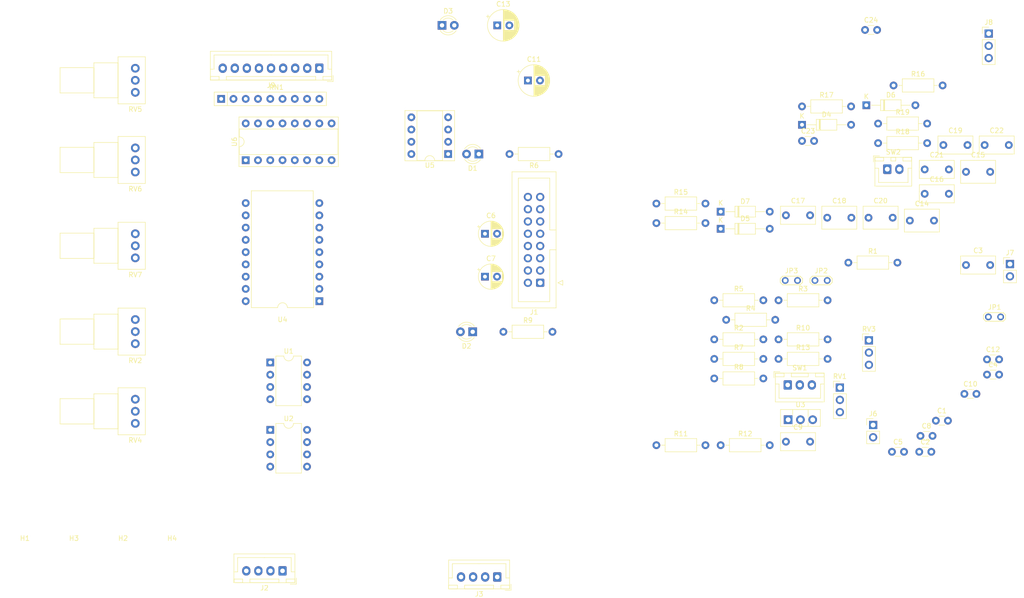
<source format=kicad_pcb>
(kicad_pcb (version 20171130) (host pcbnew "(5.1.10)-1")
  (layers (0 F.Cu signal) (31 B.Cu signal) (34 B.Paste user) (35 F.Paste user) (36 B.SilkS user) (37 F.SilkS user) (38 B.Mask user) (39 F.Mask user) (44 Edge.Cuts user))
  (net 0 "")
  (net 1 "Net-(C1-Pad2)")
  (net 2 "Net-(C1-Pad1)")
  (net 3 +12V)
  (net 4 GND)
  (net 5 "Net-(C3-Pad2)")
  (net 6 "Net-(C3-Pad1)")
  (net 7 -12V)
  (net 8 "Net-(C5-Pad2)")
  (net 9 "Net-(C5-Pad1)")
  (net 10 "Net-(C9-Pad2)")
  (net 11 "Net-(C9-Pad1)")
  (net 12 +5V)
  (net 13 +3V3)
  (net 14 /FV-1/LFXIN)
  (net 15 "Net-(C14-Pad1)")
  (net 16 "Net-(C15-Pad2)")
  (net 17 "Net-(C15-Pad1)")
  (net 18 "Net-(C16-Pad1)")
  (net 19 /FV-1/LFXOUT)
  (net 20 "Net-(C18-Pad2)")
  (net 21 "Net-(C18-Pad1)")
  (net 22 /FV-1/RFXOUT)
  (net 23 /FV-1/RFXIN)
  (net 24 "Net-(C20-Pad1)")
  (net 25 "Net-(C21-Pad1)")
  (net 26 "Net-(C22-Pad1)")
  (net 27 "Net-(D1-Pad2)")
  (net 28 "Net-(D2-Pad1)")
  (net 29 "Net-(D3-Pad2)")
  (net 30 "Net-(J1-Pad16)")
  (net 31 "Net-(J1-Pad14)")
  (net 32 "Net-(J1-Pad15)")
  (net 33 "Net-(J1-Pad13)")
  (net 34 /RIN)
  (net 35 /LIN)
  (net 36 /ROUT)
  (net 37 /LOUT)
  (net 38 /FV-1/SDA)
  (net 39 /FV-1/SCL)
  (net 40 "Net-(J9-Pad8)")
  (net 41 "Net-(J9-Pad7)")
  (net 42 "Net-(J9-Pad6)")
  (net 43 "Net-(J9-Pad5)")
  (net 44 "Net-(J9-Pad4)")
  (net 45 "Net-(J9-Pad3)")
  (net 46 "Net-(J9-Pad2)")
  (net 47 "Net-(J9-Pad1)")
  (net 48 "Net-(JP2-Pad2)")
  (net 49 "Net-(JP3-Pad2)")
  (net 50 "Net-(R2-Pad2)")
  (net 51 "Net-(R2-Pad1)")
  (net 52 "Net-(R5-Pad2)")
  (net 53 "Net-(R12-Pad1)")
  (net 54 "Net-(R11-Pad2)")
  (net 55 "Net-(R12-Pad2)")
  (net 56 "Net-(RV5-Pad2)")
  (net 57 "Net-(RV6-Pad2)")
  (net 58 "Net-(RV7-Pad2)")
  (net 59 "Net-(SW2-Pad2)")
  (net 60 "Net-(U4-Pad12)")
  (net 61 "Net-(U4-Pad11)")
  (net 62 "Net-(U4-Pad10)")
  (net 63 "Net-(U6-Pad15)")
  (net 64 "Net-(U6-Pad14)")
  (module Potentiometer_THT:Potentiometer_Alps_RK09Y11_Single_Horizontal (layer F.Cu) (at 87.63 127 180)
    (fp_text reference RV4 (at 0 -8.5) (layer F.SilkS))
    (fp_text value 50k/B)
    (pad 1 thru_hole circle (at 0 0 180) (size 1.8 1.8) (drill 1) (layers *.Cu *.Mask) (net 9 "Net-(C5-Pad1)"))
    (pad 2 thru_hole circle (at 0 -2.5 180) (size 1.8 1.8) (drill 1) (layers *.Cu *.Mask) (net 55 "Net-(R12-Pad2)"))
    (pad 3 thru_hole circle (at 0 -5 180) (size 1.8 1.8) (drill 1) (layers *.Cu *.Mask) (net 49 "Net-(JP3-Pad2)"))
  )
  (module Potentiometer_THT:Potentiometer_Alps_RK09Y11_Single_Horizontal (layer F.Cu) (at 87.63 110.49 180)
    (fp_text reference RV2 (at 0 -8.5) (layer F.SilkS))
    (fp_text value 50k/B)
    (pad 1 thru_hole circle (at 0 0 180) (size 1.8 1.8) (drill 1) (layers *.Cu *.Mask) (net 2 "Net-(C1-Pad1)"))
    (pad 2 thru_hole circle (at 0 -2.5 180) (size 1.8 1.8) (drill 1) (layers *.Cu *.Mask) (net 52 "Net-(R5-Pad2)"))
    (pad 3 thru_hole circle (at 0 -5 180) (size 1.8 1.8) (drill 1) (layers *.Cu *.Mask) (net 48 "Net-(JP2-Pad2)"))
  )
  (module Package_DIP:DIP-16_W7.62mm_Socket (layer F.Cu) (at 110.49 77.47 90)
    (fp_text reference U6 (at 3.81 -2.33 90) (layer F.SilkS))
    (fp_text value 74HC148)
    (pad 16 thru_hole oval (at 7.62 0 90) (size 1.6 1.6) (drill 0.8) (layers *.Cu *.Mask) (net 13 +3V3))
    (pad 8 thru_hole oval (at 0 17.78 90) (size 1.6 1.6) (drill 0.8) (layers *.Cu *.Mask) (net 4 GND))
    (pad 15 thru_hole oval (at 7.62 2.54 90) (size 1.6 1.6) (drill 0.8) (layers *.Cu *.Mask) (net 63 "Net-(U6-Pad15)"))
    (pad 7 thru_hole oval (at 0 15.24 90) (size 1.6 1.6) (drill 0.8) (layers *.Cu *.Mask) (net 61 "Net-(U4-Pad11)"))
    (pad 14 thru_hole oval (at 7.62 5.08 90) (size 1.6 1.6) (drill 0.8) (layers *.Cu *.Mask) (net 64 "Net-(U6-Pad14)"))
    (pad 6 thru_hole oval (at 0 12.7 90) (size 1.6 1.6) (drill 0.8) (layers *.Cu *.Mask) (net 60 "Net-(U4-Pad12)"))
    (pad 13 thru_hole oval (at 7.62 7.62 90) (size 1.6 1.6) (drill 0.8) (layers *.Cu *.Mask) (net 44 "Net-(J9-Pad4)"))
    (pad 5 thru_hole oval (at 0 10.16 90) (size 1.6 1.6) (drill 0.8) (layers *.Cu *.Mask) (net 4 GND))
    (pad 12 thru_hole oval (at 7.62 10.16 90) (size 1.6 1.6) (drill 0.8) (layers *.Cu *.Mask) (net 45 "Net-(J9-Pad3)"))
    (pad 4 thru_hole oval (at 0 7.62 90) (size 1.6 1.6) (drill 0.8) (layers *.Cu *.Mask) (net 40 "Net-(J9-Pad8)"))
    (pad 11 thru_hole oval (at 7.62 12.7 90) (size 1.6 1.6) (drill 0.8) (layers *.Cu *.Mask) (net 46 "Net-(J9-Pad2)"))
    (pad 3 thru_hole oval (at 0 5.08 90) (size 1.6 1.6) (drill 0.8) (layers *.Cu *.Mask) (net 41 "Net-(J9-Pad7)"))
    (pad 10 thru_hole oval (at 7.62 15.24 90) (size 1.6 1.6) (drill 0.8) (layers *.Cu *.Mask) (net 47 "Net-(J9-Pad1)"))
    (pad 2 thru_hole oval (at 0 2.54 90) (size 1.6 1.6) (drill 0.8) (layers *.Cu *.Mask) (net 42 "Net-(J9-Pad6)"))
    (pad 9 thru_hole oval (at 7.62 17.78 90) (size 1.6 1.6) (drill 0.8) (layers *.Cu *.Mask) (net 62 "Net-(U4-Pad10)"))
    (pad 1 thru_hole rect (at 0 0 90) (size 1.6 1.6) (drill 0.8) (layers *.Cu *.Mask) (net 43 "Net-(J9-Pad5)"))
  )
  (module Package_DIP:DIP-8_W7.62mm_Socket (layer F.Cu) (at 152.4 76.2 180)
    (fp_text reference U5 (at 3.81 -2.33) (layer F.SilkS))
    (fp_text value 24LC32)
    (pad 8 thru_hole oval (at 7.62 0 180) (size 1.6 1.6) (drill 0.8) (layers *.Cu *.Mask) (net 13 +3V3))
    (pad 4 thru_hole oval (at 0 7.62 180) (size 1.6 1.6) (drill 0.8) (layers *.Cu *.Mask) (net 4 GND))
    (pad 7 thru_hole oval (at 7.62 2.54 180) (size 1.6 1.6) (drill 0.8) (layers *.Cu *.Mask) (net 4 GND))
    (pad 3 thru_hole oval (at 0 5.08 180) (size 1.6 1.6) (drill 0.8) (layers *.Cu *.Mask) (net 4 GND))
    (pad 6 thru_hole oval (at 7.62 5.08 180) (size 1.6 1.6) (drill 0.8) (layers *.Cu *.Mask) (net 39 /FV-1/SCL))
    (pad 2 thru_hole oval (at 0 2.54 180) (size 1.6 1.6) (drill 0.8) (layers *.Cu *.Mask) (net 4 GND))
    (pad 5 thru_hole oval (at 7.62 7.62 180) (size 1.6 1.6) (drill 0.8) (layers *.Cu *.Mask) (net 38 /FV-1/SDA))
    (pad 1 thru_hole rect (at 0 0 180) (size 1.6 1.6) (drill 0.8) (layers *.Cu *.Mask) (net 4 GND))
  )
  (module myfootprint:DIP-18_W15.24mm (layer F.Cu) (at 125.73 106.68 180)
    (fp_text reference U4 (at 7.62 -3.81) (layer F.SilkS))
    (fp_text value AE-FV-1-DIP_large)
    (pad 12 thru_hole oval (at 15.24 15.24 180) (size 1.6 1.6) (drill 0.8) (layers *.Cu *.Mask) (net 60 "Net-(U4-Pad12)"))
    (pad 11 thru_hole oval (at 15.24 17.78 180) (size 1.6 1.6) (drill 0.8) (layers *.Cu *.Mask) (net 61 "Net-(U4-Pad11)"))
    (pad 10 thru_hole oval (at 15.24 20.32 180) (size 1.6 1.6) (drill 0.8) (layers *.Cu *.Mask) (net 62 "Net-(U4-Pad10)"))
    (pad 9 thru_hole oval (at 0 20.32 180) (size 1.6 1.6) (drill 0.8) (layers *.Cu *.Mask) (net 38 /FV-1/SDA))
    (pad 8 thru_hole oval (at 0 17.78 180) (size 1.6 1.6) (drill 0.8) (layers *.Cu *.Mask) (net 39 /FV-1/SCL))
    (pad 7 thru_hole oval (at 0 15.24 180) (size 1.6 1.6) (drill 0.8) (layers *.Cu *.Mask) (net 59 "Net-(SW2-Pad2)"))
    (pad 18 thru_hole oval (at 15.24 0 180) (size 1.6 1.6) (drill 0.8) (layers *.Cu *.Mask) (net 16 "Net-(C15-Pad2)"))
    (pad 6 thru_hole oval (at 0 12.7 180) (size 1.6 1.6) (drill 0.8) (layers *.Cu *.Mask) (net 13 +3V3))
    (pad 17 thru_hole oval (at 15.24 2.54 180) (size 1.6 1.6) (drill 0.8) (layers *.Cu *.Mask) (net 20 "Net-(C18-Pad2)"))
    (pad 5 thru_hole oval (at 0 10.16 180) (size 1.6 1.6) (drill 0.8) (layers *.Cu *.Mask) (net 13 +3V3))
    (pad 16 thru_hole oval (at 15.24 5.08 180) (size 1.6 1.6) (drill 0.8) (layers *.Cu *.Mask) (net 58 "Net-(RV7-Pad2)"))
    (pad 4 thru_hole oval (at 0 7.62 180) (size 1.6 1.6) (drill 0.8) (layers *.Cu *.Mask) (net 4 GND))
    (pad 15 thru_hole oval (at 15.24 7.62 180) (size 1.6 1.6) (drill 0.8) (layers *.Cu *.Mask) (net 57 "Net-(RV6-Pad2)"))
    (pad 3 thru_hole oval (at 0 5.08 180) (size 1.6 1.6) (drill 0.8) (layers *.Cu *.Mask) (net 26 "Net-(C22-Pad1)"))
    (pad 14 thru_hole oval (at 15.24 10.16 180) (size 1.6 1.6) (drill 0.8) (layers *.Cu *.Mask) (net 56 "Net-(RV5-Pad2)"))
    (pad 2 thru_hole oval (at 0 2.54 180) (size 1.6 1.6) (drill 0.8) (layers *.Cu *.Mask) (net 25 "Net-(C21-Pad1)"))
    (pad 13 thru_hole oval (at 15.24 12.7 180) (size 1.6 1.6) (drill 0.8) (layers *.Cu *.Mask) (net 13 +3V3))
    (pad 1 thru_hole rect (at 0 0 180) (size 1.6 1.6) (drill 0.8) (layers *.Cu *.Mask) (net 18 "Net-(C16-Pad1)"))
  )
  (module Package_TO_SOT_THT:TO-126-3_Vertical (layer F.Cu) (at 222.785 131.245)
    (fp_text reference U3 (at 2.54 -3.12) (layer F.SilkS))
    (fp_text value TA48M033F)
    (pad 3 thru_hole oval (at 5.08 0) (size 1.8 1.8) (drill 1) (layers *.Cu *.Mask) (net 13 +3V3))
    (pad 2 thru_hole oval (at 2.54 0) (size 1.8 1.8) (drill 1) (layers *.Cu *.Mask) (net 4 GND))
    (pad 1 thru_hole rect (at 0 0) (size 1.8 1.8) (drill 1) (layers *.Cu *.Mask) (net 12 +5V))
  )
  (module Package_DIP:DIP-8_W7.62mm (layer F.Cu) (at 115.57 133.35)
    (fp_text reference U2 (at 3.81 -2.33) (layer F.SilkS))
    (fp_text value TL072)
    (pad 8 thru_hole oval (at 7.62 0) (size 1.6 1.6) (drill 0.8) (layers *.Cu *.Mask) (net 3 +12V))
    (pad 4 thru_hole oval (at 0 7.62) (size 1.6 1.6) (drill 0.8) (layers *.Cu *.Mask) (net 7 -12V))
    (pad 7 thru_hole oval (at 7.62 2.54) (size 1.6 1.6) (drill 0.8) (layers *.Cu *.Mask) (net 54 "Net-(R11-Pad2)"))
    (pad 3 thru_hole oval (at 0 5.08) (size 1.6 1.6) (drill 0.8) (layers *.Cu *.Mask) (net 4 GND))
    (pad 6 thru_hole oval (at 7.62 5.08) (size 1.6 1.6) (drill 0.8) (layers *.Cu *.Mask) (net 53 "Net-(R12-Pad1)"))
    (pad 2 thru_hole oval (at 0 2.54) (size 1.6 1.6) (drill 0.8) (layers *.Cu *.Mask) (net 8 "Net-(C5-Pad2)"))
    (pad 5 thru_hole oval (at 7.62 7.62) (size 1.6 1.6) (drill 0.8) (layers *.Cu *.Mask) (net 4 GND))
    (pad 1 thru_hole rect (at 0 0) (size 1.6 1.6) (drill 0.8) (layers *.Cu *.Mask) (net 9 "Net-(C5-Pad1)"))
  )
  (module Package_DIP:DIP-8_W7.62mm (layer F.Cu) (at 115.57 119.38)
    (fp_text reference U1 (at 3.81 -2.33) (layer F.SilkS))
    (fp_text value TL072)
    (pad 8 thru_hole oval (at 7.62 0) (size 1.6 1.6) (drill 0.8) (layers *.Cu *.Mask) (net 3 +12V))
    (pad 4 thru_hole oval (at 0 7.62) (size 1.6 1.6) (drill 0.8) (layers *.Cu *.Mask) (net 7 -12V))
    (pad 7 thru_hole oval (at 7.62 2.54) (size 1.6 1.6) (drill 0.8) (layers *.Cu *.Mask) (net 51 "Net-(R2-Pad1)"))
    (pad 3 thru_hole oval (at 0 5.08) (size 1.6 1.6) (drill 0.8) (layers *.Cu *.Mask) (net 4 GND))
    (pad 6 thru_hole oval (at 7.62 5.08) (size 1.6 1.6) (drill 0.8) (layers *.Cu *.Mask) (net 50 "Net-(R2-Pad2)"))
    (pad 2 thru_hole oval (at 0 2.54) (size 1.6 1.6) (drill 0.8) (layers *.Cu *.Mask) (net 1 "Net-(C1-Pad2)"))
    (pad 5 thru_hole oval (at 7.62 7.62) (size 1.6 1.6) (drill 0.8) (layers *.Cu *.Mask) (net 4 GND))
    (pad 1 thru_hole rect (at 0 0) (size 1.6 1.6) (drill 0.8) (layers *.Cu *.Mask) (net 2 "Net-(C1-Pad1)"))
  )
  (module Connector_JST:JST_XH_B2B-XH-A_1x02_P2.50mm_Vertical (layer F.Cu) (at 243.305 79.335)
    (fp_text reference SW2 (at 1.25 -3.55) (layer F.SilkS))
    (fp_text value SW_EEPROM)
    (pad 2 thru_hole oval (at 2.5 0) (size 1.7 2) (drill 1) (layers *.Cu *.Mask) (net 59 "Net-(SW2-Pad2)"))
    (pad 1 thru_hole roundrect (at 0 0) (size 1.7 2) (drill 1) (layers *.Cu *.Mask) (roundrect_rratio 0.147059) (net 4 GND))
  )
  (module Connector_JST:JST_XH_B3B-XH-A_1x03_P2.50mm_Vertical (layer F.Cu) (at 222.695 124.045)
    (fp_text reference SW1 (at 2.5 -3.55) (layer F.SilkS))
    (fp_text value SW_MONO)
    (pad 3 thru_hole oval (at 5 0) (size 1.7 1.95) (drill 0.95) (layers *.Cu *.Mask) (net 9 "Net-(C5-Pad1)"))
    (pad 2 thru_hole oval (at 2.5 0) (size 1.7 1.95) (drill 0.95) (layers *.Cu *.Mask) (net 14 /FV-1/LFXIN))
    (pad 1 thru_hole roundrect (at 0 0) (size 1.7 1.95) (drill 0.95) (layers *.Cu *.Mask) (roundrect_rratio 0.147059) (net 2 "Net-(C1-Pad1)"))
  )
  (module Potentiometer_THT:Potentiometer_Alps_RK09Y11_Single_Horizontal (layer F.Cu) (at 87.63 92.71 180)
    (fp_text reference RV7 (at 0 -8.5) (layer F.SilkS))
    (fp_text value 50k/B)
    (pad 1 thru_hole circle (at 0 0 180) (size 1.8 1.8) (drill 1) (layers *.Cu *.Mask) (net 4 GND))
    (pad 2 thru_hole circle (at 0 -2.5 180) (size 1.8 1.8) (drill 1) (layers *.Cu *.Mask) (net 58 "Net-(RV7-Pad2)"))
    (pad 3 thru_hole circle (at 0 -5 180) (size 1.8 1.8) (drill 1) (layers *.Cu *.Mask) (net 13 +3V3))
  )
  (module Potentiometer_THT:Potentiometer_Alps_RK09Y11_Single_Horizontal (layer F.Cu) (at 87.63 74.93 180)
    (fp_text reference RV6 (at 0 -8.5) (layer F.SilkS))
    (fp_text value 50k/B)
    (pad 1 thru_hole circle (at 0 0 180) (size 1.8 1.8) (drill 1) (layers *.Cu *.Mask) (net 4 GND))
    (pad 2 thru_hole circle (at 0 -2.5 180) (size 1.8 1.8) (drill 1) (layers *.Cu *.Mask) (net 57 "Net-(RV6-Pad2)"))
    (pad 3 thru_hole circle (at 0 -5 180) (size 1.8 1.8) (drill 1) (layers *.Cu *.Mask) (net 13 +3V3))
  )
  (module Potentiometer_THT:Potentiometer_Alps_RK09Y11_Single_Horizontal (layer F.Cu) (at 87.63 58.42 180)
    (fp_text reference RV5 (at 0 -8.5) (layer F.SilkS))
    (fp_text value 50k/B)
    (pad 1 thru_hole circle (at 0 0 180) (size 1.8 1.8) (drill 1) (layers *.Cu *.Mask) (net 4 GND))
    (pad 2 thru_hole circle (at 0 -2.5 180) (size 1.8 1.8) (drill 1) (layers *.Cu *.Mask) (net 56 "Net-(RV5-Pad2)"))
    (pad 3 thru_hole circle (at 0 -5 180) (size 1.8 1.8) (drill 1) (layers *.Cu *.Mask) (net 13 +3V3))
  )
  (module Connector_PinHeader_2.54mm:PinHeader_1x03_P2.54mm_Vertical (layer F.Cu) (at 239.505 114.795)
    (fp_text reference RV3 (at 0 -2.33) (layer F.SilkS))
    (fp_text value 50k/A)
    (pad 3 thru_hole oval (at 0 5.08) (size 1.7 1.7) (drill 1) (layers *.Cu *.Mask) (net 34 /RIN))
    (pad 2 thru_hole oval (at 0 2.54) (size 1.7 1.7) (drill 1) (layers *.Cu *.Mask) (net 10 "Net-(C9-Pad2)"))
    (pad 1 thru_hole rect (at 0 0) (size 1.7 1.7) (drill 1) (layers *.Cu *.Mask) (net 4 GND))
  )
  (module Connector_PinHeader_2.54mm:PinHeader_1x03_P2.54mm_Vertical (layer F.Cu) (at 233.495 124.595)
    (fp_text reference RV1 (at 0 -2.33) (layer F.SilkS))
    (fp_text value 50k/A)
    (pad 3 thru_hole oval (at 0 5.08) (size 1.7 1.7) (drill 1) (layers *.Cu *.Mask) (net 35 /LIN))
    (pad 2 thru_hole oval (at 0 2.54) (size 1.7 1.7) (drill 1) (layers *.Cu *.Mask) (net 5 "Net-(C3-Pad2)"))
    (pad 1 thru_hole rect (at 0 0) (size 1.7 1.7) (drill 1) (layers *.Cu *.Mask) (net 4 GND))
  )
  (module Resistor_THT:R_Array_SIP9 (layer F.Cu) (at 105.41 64.77)
    (fp_text reference RN1 (at 11.43 -2.4) (layer F.SilkS))
    (fp_text value "4.7k x8")
    (pad 9 thru_hole oval (at 20.32 0) (size 1.6 1.6) (drill 0.8) (layers *.Cu *.Mask) (net 47 "Net-(J9-Pad1)"))
    (pad 8 thru_hole oval (at 17.78 0) (size 1.6 1.6) (drill 0.8) (layers *.Cu *.Mask) (net 46 "Net-(J9-Pad2)"))
    (pad 7 thru_hole oval (at 15.24 0) (size 1.6 1.6) (drill 0.8) (layers *.Cu *.Mask) (net 45 "Net-(J9-Pad3)"))
    (pad 6 thru_hole oval (at 12.7 0) (size 1.6 1.6) (drill 0.8) (layers *.Cu *.Mask) (net 44 "Net-(J9-Pad4)"))
    (pad 5 thru_hole oval (at 10.16 0) (size 1.6 1.6) (drill 0.8) (layers *.Cu *.Mask) (net 43 "Net-(J9-Pad5)"))
    (pad 4 thru_hole oval (at 7.62 0) (size 1.6 1.6) (drill 0.8) (layers *.Cu *.Mask) (net 42 "Net-(J9-Pad6)"))
    (pad 3 thru_hole oval (at 5.08 0) (size 1.6 1.6) (drill 0.8) (layers *.Cu *.Mask) (net 41 "Net-(J9-Pad7)"))
    (pad 2 thru_hole oval (at 2.54 0) (size 1.6 1.6) (drill 0.8) (layers *.Cu *.Mask) (net 40 "Net-(J9-Pad8)"))
    (pad 1 thru_hole rect (at 0 0) (size 1.6 1.6) (drill 0.8) (layers *.Cu *.Mask) (net 13 +3V3))
  )
  (module Resistor_THT:R_Axial_DIN0207_L6.3mm_D2.5mm_P10.16mm_Horizontal (layer F.Cu) (at 241.405 69.885)
    (fp_text reference R19 (at 5.08 -2.37) (layer F.SilkS))
    (fp_text value 1k)
    (pad 2 thru_hole oval (at 10.16 0) (size 1.6 1.6) (drill 0.8) (layers *.Cu *.Mask) (net 24 "Net-(C20-Pad1)"))
    (pad 1 thru_hole circle (at 0 0) (size 1.6 1.6) (drill 0.8) (layers *.Cu *.Mask) (net 25 "Net-(C21-Pad1)"))
  )
  (module Resistor_THT:R_Axial_DIN0207_L6.3mm_D2.5mm_P10.16mm_Horizontal (layer F.Cu) (at 241.405 73.935)
    (fp_text reference R18 (at 5.08 -2.37) (layer F.SilkS))
    (fp_text value "33k(C&T)")
    (pad 2 thru_hole oval (at 10.16 0) (size 1.6 1.6) (drill 0.8) (layers *.Cu *.Mask) (net 21 "Net-(C18-Pad1)"))
    (pad 1 thru_hole circle (at 0 0) (size 1.6 1.6) (drill 0.8) (layers *.Cu *.Mask) (net 4 GND))
  )
  (module Resistor_THT:R_Axial_DIN0207_L6.3mm_D2.5mm_P10.16mm_Horizontal (layer F.Cu) (at 225.655 66.335)
    (fp_text reference R17 (at 5.08 -2.37) (layer F.SilkS))
    (fp_text value 1k)
    (pad 2 thru_hole oval (at 10.16 0) (size 1.6 1.6) (drill 0.8) (layers *.Cu *.Mask) (net 21 "Net-(C18-Pad1)"))
    (pad 1 thru_hole circle (at 0 0) (size 1.6 1.6) (drill 0.8) (layers *.Cu *.Mask) (net 22 /FV-1/RFXOUT))
  )
  (module Resistor_THT:R_Axial_DIN0207_L6.3mm_D2.5mm_P10.16mm_Horizontal (layer F.Cu) (at 244.605 61.985)
    (fp_text reference R16 (at 5.08 -2.37) (layer F.SilkS))
    (fp_text value "33k(C&T)")
    (pad 2 thru_hole oval (at 10.16 0) (size 1.6 1.6) (drill 0.8) (layers *.Cu *.Mask) (net 17 "Net-(C15-Pad1)"))
    (pad 1 thru_hole circle (at 0 0) (size 1.6 1.6) (drill 0.8) (layers *.Cu *.Mask) (net 4 GND))
  )
  (module Resistor_THT:R_Axial_DIN0207_L6.3mm_D2.5mm_P10.16mm_Horizontal (layer F.Cu) (at 195.505 86.455)
    (fp_text reference R15 (at 5.08 -2.37) (layer F.SilkS))
    (fp_text value 1k)
    (pad 2 thru_hole oval (at 10.16 0) (size 1.6 1.6) (drill 0.8) (layers *.Cu *.Mask) (net 17 "Net-(C15-Pad1)"))
    (pad 1 thru_hole circle (at 0 0) (size 1.6 1.6) (drill 0.8) (layers *.Cu *.Mask) (net 19 /FV-1/LFXOUT))
  )
  (module Resistor_THT:R_Axial_DIN0207_L6.3mm_D2.5mm_P10.16mm_Horizontal (layer F.Cu) (at 195.505 90.505)
    (fp_text reference R14 (at 5.08 -2.37) (layer F.SilkS))
    (fp_text value 1k)
    (pad 2 thru_hole oval (at 10.16 0) (size 1.6 1.6) (drill 0.8) (layers *.Cu *.Mask) (net 15 "Net-(C14-Pad1)"))
    (pad 1 thru_hole circle (at 0 0) (size 1.6 1.6) (drill 0.8) (layers *.Cu *.Mask) (net 18 "Net-(C16-Pad1)"))
  )
  (module Resistor_THT:R_Axial_DIN0207_L6.3mm_D2.5mm_P10.16mm_Horizontal (layer F.Cu) (at 220.795 118.645)
    (fp_text reference R13 (at 5.08 -2.37) (layer F.SilkS))
    (fp_text value 1k)
    (pad 2 thru_hole oval (at 10.16 0) (size 1.6 1.6) (drill 0.8) (layers *.Cu *.Mask) (net 29 "Net-(D3-Pad2)"))
    (pad 1 thru_hole circle (at 0 0) (size 1.6 1.6) (drill 0.8) (layers *.Cu *.Mask) (net 13 +3V3))
  )
  (module Resistor_THT:R_Axial_DIN0207_L6.3mm_D2.5mm_P10.16mm_Horizontal (layer F.Cu) (at 208.815 136.525)
    (fp_text reference R12 (at 5.08 -2.37) (layer F.SilkS))
    (fp_text value "100k(C&T)")
    (pad 2 thru_hole oval (at 10.16 0) (size 1.6 1.6) (drill 0.8) (layers *.Cu *.Mask) (net 55 "Net-(R12-Pad2)"))
    (pad 1 thru_hole circle (at 0 0) (size 1.6 1.6) (drill 0.8) (layers *.Cu *.Mask) (net 53 "Net-(R12-Pad1)"))
  )
  (module Resistor_THT:R_Axial_DIN0207_L6.3mm_D2.5mm_P10.16mm_Horizontal (layer F.Cu) (at 195.505 136.525)
    (fp_text reference R11 (at 5.08 -2.37) (layer F.SilkS))
    (fp_text value 1k)
    (pad 2 thru_hole oval (at 10.16 0) (size 1.6 1.6) (drill 0.8) (layers *.Cu *.Mask) (net 54 "Net-(R11-Pad2)"))
    (pad 1 thru_hole circle (at 0 0) (size 1.6 1.6) (drill 0.8) (layers *.Cu *.Mask) (net 36 /ROUT))
  )
  (module Resistor_THT:R_Axial_DIN0207_L6.3mm_D2.5mm_P10.16mm_Horizontal (layer F.Cu) (at 220.795 114.595)
    (fp_text reference R10 (at 5.08 -2.37) (layer F.SilkS))
    (fp_text value 330k)
    (pad 2 thru_hole oval (at 10.16 0) (size 1.6 1.6) (drill 0.8) (layers *.Cu *.Mask) (net 11 "Net-(C9-Pad1)"))
    (pad 1 thru_hole circle (at 0 0) (size 1.6 1.6) (drill 0.8) (layers *.Cu *.Mask) (net 8 "Net-(C5-Pad2)"))
  )
  (module Resistor_THT:R_Axial_DIN0207_L6.3mm_D2.5mm_P10.16mm_Horizontal (layer F.Cu) (at 163.83 113.03)
    (fp_text reference R9 (at 5.08 -2.37) (layer F.SilkS))
    (fp_text value 4.7k)
    (pad 2 thru_hole oval (at 10.16 0) (size 1.6 1.6) (drill 0.8) (layers *.Cu *.Mask) (net 7 -12V))
    (pad 1 thru_hole circle (at 0 0) (size 1.6 1.6) (drill 0.8) (layers *.Cu *.Mask) (net 28 "Net-(D2-Pad1)"))
  )
  (module Resistor_THT:R_Axial_DIN0207_L6.3mm_D2.5mm_P10.16mm_Horizontal (layer F.Cu) (at 207.485 122.695)
    (fp_text reference R8 (at 5.08 -2.37) (layer F.SilkS))
    (fp_text value "330k(C&T)")
    (pad 2 thru_hole oval (at 10.16 0) (size 1.6 1.6) (drill 0.8) (layers *.Cu *.Mask) (net 53 "Net-(R12-Pad1)"))
    (pad 1 thru_hole circle (at 0 0) (size 1.6 1.6) (drill 0.8) (layers *.Cu *.Mask) (net 54 "Net-(R11-Pad2)"))
  )
  (module Resistor_THT:R_Axial_DIN0207_L6.3mm_D2.5mm_P10.16mm_Horizontal (layer F.Cu) (at 207.485 118.645)
    (fp_text reference R7 (at 5.08 -2.37) (layer F.SilkS))
    (fp_text value 100k)
    (pad 2 thru_hole oval (at 10.16 0) (size 1.6 1.6) (drill 0.8) (layers *.Cu *.Mask) (net 8 "Net-(C5-Pad2)"))
    (pad 1 thru_hole circle (at 0 0) (size 1.6 1.6) (drill 0.8) (layers *.Cu *.Mask) (net 9 "Net-(C5-Pad1)"))
  )
  (module Resistor_THT:R_Axial_DIN0207_L6.3mm_D2.5mm_P10.16mm_Horizontal (layer F.Cu) (at 175.26 76.2 180)
    (fp_text reference R6 (at 5.08 -2.37) (layer F.SilkS))
    (fp_text value 4.7k)
    (pad 2 thru_hole oval (at 10.16 0 180) (size 1.6 1.6) (drill 0.8) (layers *.Cu *.Mask) (net 27 "Net-(D1-Pad2)"))
    (pad 1 thru_hole circle (at 0 0 180) (size 1.6 1.6) (drill 0.8) (layers *.Cu *.Mask) (net 3 +12V))
  )
  (module Resistor_THT:R_Axial_DIN0207_L6.3mm_D2.5mm_P10.16mm_Horizontal (layer F.Cu) (at 207.485 106.495)
    (fp_text reference R5 (at 5.08 -2.37) (layer F.SilkS))
    (fp_text value "100k(C&T)")
    (pad 2 thru_hole oval (at 10.16 0) (size 1.6 1.6) (drill 0.8) (layers *.Cu *.Mask) (net 52 "Net-(R5-Pad2)"))
    (pad 1 thru_hole circle (at 0 0) (size 1.6 1.6) (drill 0.8) (layers *.Cu *.Mask) (net 50 "Net-(R2-Pad2)"))
  )
  (module Resistor_THT:R_Axial_DIN0207_L6.3mm_D2.5mm_P10.16mm_Horizontal (layer F.Cu) (at 209.955 110.545)
    (fp_text reference R4 (at 5.08 -2.37) (layer F.SilkS))
    (fp_text value 1k)
    (pad 2 thru_hole oval (at 10.16 0) (size 1.6 1.6) (drill 0.8) (layers *.Cu *.Mask) (net 51 "Net-(R2-Pad1)"))
    (pad 1 thru_hole circle (at 0 0) (size 1.6 1.6) (drill 0.8) (layers *.Cu *.Mask) (net 37 /LOUT))
  )
  (module Resistor_THT:R_Axial_DIN0207_L6.3mm_D2.5mm_P10.16mm_Horizontal (layer F.Cu) (at 220.795 106.495)
    (fp_text reference R3 (at 5.08 -2.37) (layer F.SilkS))
    (fp_text value 330k)
    (pad 2 thru_hole oval (at 10.16 0) (size 1.6 1.6) (drill 0.8) (layers *.Cu *.Mask) (net 6 "Net-(C3-Pad1)"))
    (pad 1 thru_hole circle (at 0 0) (size 1.6 1.6) (drill 0.8) (layers *.Cu *.Mask) (net 1 "Net-(C1-Pad2)"))
  )
  (module Resistor_THT:R_Axial_DIN0207_L6.3mm_D2.5mm_P10.16mm_Horizontal (layer F.Cu) (at 207.485 114.595)
    (fp_text reference R2 (at 5.08 -2.37) (layer F.SilkS))
    (fp_text value "330k(C&T)")
    (pad 2 thru_hole oval (at 10.16 0) (size 1.6 1.6) (drill 0.8) (layers *.Cu *.Mask) (net 50 "Net-(R2-Pad2)"))
    (pad 1 thru_hole circle (at 0 0) (size 1.6 1.6) (drill 0.8) (layers *.Cu *.Mask) (net 51 "Net-(R2-Pad1)"))
  )
  (module Resistor_THT:R_Axial_DIN0207_L6.3mm_D2.5mm_P10.16mm_Horizontal (layer F.Cu) (at 235.245 98.695)
    (fp_text reference R1 (at 5.08 -2.37) (layer F.SilkS))
    (fp_text value 100k)
    (pad 2 thru_hole oval (at 10.16 0) (size 1.6 1.6) (drill 0.8) (layers *.Cu *.Mask) (net 1 "Net-(C1-Pad2)"))
    (pad 1 thru_hole circle (at 0 0) (size 1.6 1.6) (drill 0.8) (layers *.Cu *.Mask) (net 2 "Net-(C1-Pad1)"))
  )
  (module TestPoint:TestPoint_2Pads_Pitch2.54mm_Drill0.8mm (layer F.Cu) (at 222.185 102.395)
    (fp_text reference JP3 (at 1.3 -2) (layer F.SilkS))
    (fp_text value Jumper)
    (pad 2 thru_hole circle (at 2.54 0) (size 1.4 1.4) (drill 0.8) (layers *.Cu *.Mask) (net 49 "Net-(JP3-Pad2)"))
    (pad 1 thru_hole circle (at 0 0) (size 1.4 1.4) (drill 0.8) (layers *.Cu *.Mask) (net 22 /FV-1/RFXOUT))
  )
  (module TestPoint:TestPoint_2Pads_Pitch2.54mm_Drill0.8mm (layer F.Cu) (at 228.335 102.395)
    (fp_text reference JP2 (at 1.3 -2) (layer F.SilkS))
    (fp_text value Jumper)
    (pad 2 thru_hole circle (at 2.54 0) (size 1.4 1.4) (drill 0.8) (layers *.Cu *.Mask) (net 48 "Net-(JP2-Pad2)"))
    (pad 1 thru_hole circle (at 0 0) (size 1.4 1.4) (drill 0.8) (layers *.Cu *.Mask) (net 19 /FV-1/LFXOUT))
  )
  (module TestPoint:TestPoint_2Pads_Pitch2.54mm_Drill0.8mm (layer F.Cu) (at 264.235 109.945)
    (fp_text reference JP1 (at 1.3 -2) (layer F.SilkS))
    (fp_text value Jumper)
    (pad 2 thru_hole circle (at 2.54 0) (size 1.4 1.4) (drill 0.8) (layers *.Cu *.Mask) (net 23 /FV-1/RFXIN))
    (pad 1 thru_hole circle (at 0 0) (size 1.4 1.4) (drill 0.8) (layers *.Cu *.Mask) (net 2 "Net-(C1-Pad1)"))
  )
  (module Connector_JST:JST_XH_B9B-XH-A_1x09_P2.50mm_Vertical (layer F.Cu) (at 125.73 58.42 180)
    (fp_text reference J9 (at 10 -3.55) (layer F.SilkS))
    (fp_text value SW_PROG)
    (pad 9 thru_hole oval (at 20 0 180) (size 1.7 1.95) (drill 0.95) (layers *.Cu *.Mask) (net 4 GND))
    (pad 8 thru_hole oval (at 17.5 0 180) (size 1.7 1.95) (drill 0.95) (layers *.Cu *.Mask) (net 40 "Net-(J9-Pad8)"))
    (pad 7 thru_hole oval (at 15 0 180) (size 1.7 1.95) (drill 0.95) (layers *.Cu *.Mask) (net 41 "Net-(J9-Pad7)"))
    (pad 6 thru_hole oval (at 12.5 0 180) (size 1.7 1.95) (drill 0.95) (layers *.Cu *.Mask) (net 42 "Net-(J9-Pad6)"))
    (pad 5 thru_hole oval (at 10 0 180) (size 1.7 1.95) (drill 0.95) (layers *.Cu *.Mask) (net 43 "Net-(J9-Pad5)"))
    (pad 4 thru_hole oval (at 7.5 0 180) (size 1.7 1.95) (drill 0.95) (layers *.Cu *.Mask) (net 44 "Net-(J9-Pad4)"))
    (pad 3 thru_hole oval (at 5 0 180) (size 1.7 1.95) (drill 0.95) (layers *.Cu *.Mask) (net 45 "Net-(J9-Pad3)"))
    (pad 2 thru_hole oval (at 2.5 0 180) (size 1.7 1.95) (drill 0.95) (layers *.Cu *.Mask) (net 46 "Net-(J9-Pad2)"))
    (pad 1 thru_hole roundrect (at 0 0 180) (size 1.7 1.95) (drill 0.95) (layers *.Cu *.Mask) (roundrect_rratio 0.147059) (net 47 "Net-(J9-Pad1)"))
  )
  (module Connector_PinHeader_2.54mm:PinHeader_1x03_P2.54mm_Vertical (layer F.Cu) (at 264.305 51.235)
    (fp_text reference J8 (at 0 -2.33) (layer F.SilkS))
    (fp_text value PROG)
    (pad 3 thru_hole oval (at 0 5.08) (size 1.7 1.7) (drill 1) (layers *.Cu *.Mask) (net 4 GND))
    (pad 2 thru_hole oval (at 0 2.54) (size 1.7 1.7) (drill 1) (layers *.Cu *.Mask) (net 38 /FV-1/SDA))
    (pad 1 thru_hole rect (at 0 0) (size 1.7 1.7) (drill 1) (layers *.Cu *.Mask) (net 39 /FV-1/SCL))
  )
  (module Connector_PinHeader_2.54mm:PinHeader_1x02_P2.54mm_Vertical (layer F.Cu) (at 268.705 98.995)
    (fp_text reference J7 (at 0 -2.33) (layer F.SilkS))
    (fp_text value TP_GND)
    (pad 2 thru_hole oval (at 0 2.54) (size 1.7 1.7) (drill 1) (layers *.Cu *.Mask) (net 4 GND))
    (pad 1 thru_hole rect (at 0 0) (size 1.7 1.7) (drill 1) (layers *.Cu *.Mask) (net 4 GND))
  )
  (module Connector_PinHeader_2.54mm:PinHeader_1x02_P2.54mm_Vertical (layer F.Cu) (at 240.375 132.345)
    (fp_text reference J6 (at 0 -2.33) (layer F.SilkS))
    (fp_text value TP_GND)
    (pad 2 thru_hole oval (at 0 2.54) (size 1.7 1.7) (drill 1) (layers *.Cu *.Mask) (net 4 GND))
    (pad 1 thru_hole rect (at 0 0) (size 1.7 1.7) (drill 1) (layers *.Cu *.Mask) (net 4 GND))
  )
  (module Connector_JST:JST_XH_B4B-XH-A_1x04_P2.50mm_Vertical (layer F.Cu) (at 162.56 163.83 180)
    (fp_text reference J3 (at 3.75 -3.55) (layer F.SilkS))
    (fp_text value OUT)
    (pad 4 thru_hole oval (at 7.5 0 180) (size 1.7 1.95) (drill 0.95) (layers *.Cu *.Mask) (net 4 GND))
    (pad 3 thru_hole oval (at 5 0 180) (size 1.7 1.95) (drill 0.95) (layers *.Cu *.Mask) (net 36 /ROUT))
    (pad 2 thru_hole oval (at 2.5 0 180) (size 1.7 1.95) (drill 0.95) (layers *.Cu *.Mask) (net 4 GND))
    (pad 1 thru_hole roundrect (at 0 0 180) (size 1.7 1.95) (drill 0.95) (layers *.Cu *.Mask) (roundrect_rratio 0.147059) (net 37 /LOUT))
  )
  (module Connector_JST:JST_XH_B4B-XH-A_1x04_P2.50mm_Vertical (layer F.Cu) (at 118.11 162.56 180)
    (fp_text reference J2 (at 3.75 -3.55) (layer F.SilkS))
    (fp_text value IN)
    (pad 4 thru_hole oval (at 7.5 0 180) (size 1.7 1.95) (drill 0.95) (layers *.Cu *.Mask) (net 4 GND))
    (pad 3 thru_hole oval (at 5 0 180) (size 1.7 1.95) (drill 0.95) (layers *.Cu *.Mask) (net 34 /RIN))
    (pad 2 thru_hole oval (at 2.5 0 180) (size 1.7 1.95) (drill 0.95) (layers *.Cu *.Mask) (net 4 GND))
    (pad 1 thru_hole roundrect (at 0 0 180) (size 1.7 1.95) (drill 0.95) (layers *.Cu *.Mask) (roundrect_rratio 0.147059) (net 35 /LIN))
  )
  (module Connector_IDC:IDC-Header_2x08_P2.54mm_Vertical (layer F.Cu) (at 171.45 102.87 180)
    (fp_text reference J1 (at 1.27 -6.1) (layer F.SilkS))
    (fp_text value ERK_PWR)
    (pad 16 thru_hole circle (at 2.54 17.78 180) (size 1.7 1.7) (drill 1) (layers *.Cu *.Mask) (net 30 "Net-(J1-Pad16)"))
    (pad 14 thru_hole circle (at 2.54 15.24 180) (size 1.7 1.7) (drill 1) (layers *.Cu *.Mask) (net 31 "Net-(J1-Pad14)"))
    (pad 12 thru_hole circle (at 2.54 12.7 180) (size 1.7 1.7) (drill 1) (layers *.Cu *.Mask) (net 12 +5V))
    (pad 10 thru_hole circle (at 2.54 10.16 180) (size 1.7 1.7) (drill 1) (layers *.Cu *.Mask) (net 3 +12V))
    (pad 8 thru_hole circle (at 2.54 7.62 180) (size 1.7 1.7) (drill 1) (layers *.Cu *.Mask) (net 4 GND))
    (pad 6 thru_hole circle (at 2.54 5.08 180) (size 1.7 1.7) (drill 1) (layers *.Cu *.Mask) (net 4 GND))
    (pad 4 thru_hole circle (at 2.54 2.54 180) (size 1.7 1.7) (drill 1) (layers *.Cu *.Mask) (net 4 GND))
    (pad 2 thru_hole circle (at 2.54 0 180) (size 1.7 1.7) (drill 1) (layers *.Cu *.Mask) (net 7 -12V))
    (pad 15 thru_hole circle (at 0 17.78 180) (size 1.7 1.7) (drill 1) (layers *.Cu *.Mask) (net 32 "Net-(J1-Pad15)"))
    (pad 13 thru_hole circle (at 0 15.24 180) (size 1.7 1.7) (drill 1) (layers *.Cu *.Mask) (net 33 "Net-(J1-Pad13)"))
    (pad 11 thru_hole circle (at 0 12.7 180) (size 1.7 1.7) (drill 1) (layers *.Cu *.Mask) (net 12 +5V))
    (pad 9 thru_hole circle (at 0 10.16 180) (size 1.7 1.7) (drill 1) (layers *.Cu *.Mask) (net 3 +12V))
    (pad 7 thru_hole circle (at 0 7.62 180) (size 1.7 1.7) (drill 1) (layers *.Cu *.Mask) (net 4 GND))
    (pad 5 thru_hole circle (at 0 5.08 180) (size 1.7 1.7) (drill 1) (layers *.Cu *.Mask) (net 4 GND))
    (pad 3 thru_hole circle (at 0 2.54 180) (size 1.7 1.7) (drill 1) (layers *.Cu *.Mask) (net 4 GND))
    (pad 1 thru_hole roundrect (at 0 0 180) (size 1.7 1.7) (drill 1) (layers *.Cu *.Mask) (roundrect_rratio 0.147059) (net 7 -12V))
  )
  (module MountingHole:MountingHole_3.2mm_M3 (layer F.Cu) (at 95.25 160.02)
    (fp_text reference H4 (at 0 -4.2) (layer F.SilkS))
    (fp_text value MountingHole)
    (pad 1 np_thru_hole circle (at 0 0) (size 3.2 3.2) (drill 3.2) (layers *.Cu *.Mask))
  )
  (module MountingHole:MountingHole_3.2mm_M3 (layer F.Cu) (at 74.93 160.02)
    (fp_text reference H3 (at 0 -4.2) (layer F.SilkS))
    (fp_text value MountingHole)
    (pad 1 np_thru_hole circle (at 0 0) (size 3.2 3.2) (drill 3.2) (layers *.Cu *.Mask))
  )
  (module MountingHole:MountingHole_3.2mm_M3 (layer F.Cu) (at 85.09 160.02)
    (fp_text reference H2 (at 0 -4.2) (layer F.SilkS))
    (fp_text value MountingHole)
    (pad 1 np_thru_hole circle (at 0 0) (size 3.2 3.2) (drill 3.2) (layers *.Cu *.Mask))
  )
  (module MountingHole:MountingHole_3.2mm_M3 (layer F.Cu) (at 64.77 160.02)
    (fp_text reference H1 (at 0 -4.2) (layer F.SilkS))
    (fp_text value MountingHole)
    (pad 1 np_thru_hole circle (at 0 0) (size 3.2 3.2) (drill 3.2) (layers *.Cu *.Mask))
  )
  (module Diode_THT:D_DO-35_SOD27_P10.16mm_Horizontal (layer F.Cu) (at 208.815 88.135)
    (fp_text reference D7 (at 5.08 -2.12) (layer F.SilkS))
    (fp_text value 1SS106)
    (fp_text user K (at 0 -1.8) (layer F.SilkS))
    (pad 2 thru_hole oval (at 10.16 0) (size 1.6 1.6) (drill 0.8) (layers *.Cu *.Mask) (net 4 GND))
    (pad 1 thru_hole rect (at 0 0) (size 1.6 1.6) (drill 0.8) (layers *.Cu *.Mask) (net 25 "Net-(C21-Pad1)"))
  )
  (module Diode_THT:D_DO-35_SOD27_P10.16mm_Horizontal (layer F.Cu) (at 238.965 66.085)
    (fp_text reference D6 (at 5.08 -2.12) (layer F.SilkS))
    (fp_text value 1SS106)
    (fp_text user K (at 0 -1.8) (layer F.SilkS))
    (pad 2 thru_hole oval (at 10.16 0) (size 1.6 1.6) (drill 0.8) (layers *.Cu *.Mask) (net 25 "Net-(C21-Pad1)"))
    (pad 1 thru_hole rect (at 0 0) (size 1.6 1.6) (drill 0.8) (layers *.Cu *.Mask) (net 13 +3V3))
  )
  (module Diode_THT:D_DO-35_SOD27_P10.16mm_Horizontal (layer F.Cu) (at 208.815 91.685)
    (fp_text reference D5 (at 5.08 -2.12) (layer F.SilkS))
    (fp_text value 1SS106)
    (fp_text user K (at 0 -1.8) (layer F.SilkS))
    (pad 2 thru_hole oval (at 10.16 0) (size 1.6 1.6) (drill 0.8) (layers *.Cu *.Mask) (net 4 GND))
    (pad 1 thru_hole rect (at 0 0) (size 1.6 1.6) (drill 0.8) (layers *.Cu *.Mask) (net 18 "Net-(C16-Pad1)"))
  )
  (module Diode_THT:D_DO-35_SOD27_P10.16mm_Horizontal (layer F.Cu) (at 225.655 70.135)
    (fp_text reference D4 (at 5.08 -2.12) (layer F.SilkS))
    (fp_text value 1SS106)
    (fp_text user K (at 0 -1.8) (layer F.SilkS))
    (pad 2 thru_hole oval (at 10.16 0) (size 1.6 1.6) (drill 0.8) (layers *.Cu *.Mask) (net 18 "Net-(C16-Pad1)"))
    (pad 1 thru_hole rect (at 0 0) (size 1.6 1.6) (drill 0.8) (layers *.Cu *.Mask) (net 13 +3V3))
  )
  (module LED_THT:LED_D3.0mm (layer F.Cu) (at 151.13 49.53)
    (fp_text reference D3 (at 1.27 -2.96) (layer F.SilkS))
    (fp_text value LED)
    (pad 2 thru_hole circle (at 2.54 0) (size 1.8 1.8) (drill 0.9) (layers *.Cu *.Mask) (net 29 "Net-(D3-Pad2)"))
    (pad 1 thru_hole rect (at 0 0) (size 1.8 1.8) (drill 0.9) (layers *.Cu *.Mask) (net 4 GND))
  )
  (module LED_THT:LED_D3.0mm (layer F.Cu) (at 157.48 113.03 180)
    (fp_text reference D2 (at 1.27 -2.96) (layer F.SilkS))
    (fp_text value LED)
    (pad 2 thru_hole circle (at 2.54 0 180) (size 1.8 1.8) (drill 0.9) (layers *.Cu *.Mask) (net 4 GND))
    (pad 1 thru_hole rect (at 0 0 180) (size 1.8 1.8) (drill 0.9) (layers *.Cu *.Mask) (net 28 "Net-(D2-Pad1)"))
  )
  (module LED_THT:LED_D3.0mm (layer F.Cu) (at 158.75 76.2 180)
    (fp_text reference D1 (at 1.27 -2.96) (layer F.SilkS))
    (fp_text value LED)
    (pad 2 thru_hole circle (at 2.54 0 180) (size 1.8 1.8) (drill 0.9) (layers *.Cu *.Mask) (net 27 "Net-(D1-Pad2)"))
    (pad 1 thru_hole rect (at 0 0 180) (size 1.8 1.8) (drill 0.9) (layers *.Cu *.Mask) (net 4 GND))
  )
  (module Capacitor_THT:C_Disc_D3.0mm_W1.6mm_P2.50mm (layer F.Cu) (at 238.705 50.485)
    (fp_text reference C24 (at 1.25 -2.05) (layer F.SilkS))
    (fp_text value 0.1u)
    (pad 2 thru_hole circle (at 2.5 0) (size 1.6 1.6) (drill 0.8) (layers *.Cu *.Mask) (net 4 GND))
    (pad 1 thru_hole circle (at 0 0) (size 1.6 1.6) (drill 0.8) (layers *.Cu *.Mask) (net 13 +3V3))
  )
  (module Capacitor_THT:C_Disc_D3.0mm_W1.6mm_P2.50mm (layer F.Cu) (at 225.655 73.485)
    (fp_text reference C23 (at 1.25 -2.05) (layer F.SilkS))
    (fp_text value 0.1u)
    (pad 2 thru_hole circle (at 2.5 0) (size 1.6 1.6) (drill 0.8) (layers *.Cu *.Mask) (net 4 GND))
    (pad 1 thru_hole circle (at 0 0) (size 1.6 1.6) (drill 0.8) (layers *.Cu *.Mask) (net 13 +3V3))
  )
  (module Capacitor_THT:C_Rect_L7.0mm_W3.5mm_P5.00mm (layer F.Cu) (at 263.465 74.335)
    (fp_text reference C22 (at 2.5 -3) (layer F.SilkS))
    (fp_text value 0.1u)
    (pad 2 thru_hole circle (at 5 0) (size 1.6 1.6) (drill 0.8) (layers *.Cu *.Mask) (net 4 GND))
    (pad 1 thru_hole circle (at 0 0) (size 1.6 1.6) (drill 0.8) (layers *.Cu *.Mask) (net 26 "Net-(C22-Pad1)"))
  )
  (module Capacitor_THT:C_Rect_L7.0mm_W3.5mm_P5.00mm (layer F.Cu) (at 251.055 79.385)
    (fp_text reference C21 (at 2.5 -3) (layer F.SilkS))
    (fp_text value "1000p(C&T)")
    (pad 2 thru_hole circle (at 5 0) (size 1.6 1.6) (drill 0.8) (layers *.Cu *.Mask) (net 4 GND))
    (pad 1 thru_hole circle (at 0 0) (size 1.6 1.6) (drill 0.8) (layers *.Cu *.Mask) (net 25 "Net-(C21-Pad1)"))
  )
  (module Capacitor_THT:C_Rect_L7.0mm_W4.5mm_P5.00mm (layer F.Cu) (at 239.425 89.385)
    (fp_text reference C20 (at 2.5 -3.5) (layer F.SilkS))
    (fp_text value 1u)
    (pad 2 thru_hole circle (at 5 0) (size 1.6 1.6) (drill 0.8) (layers *.Cu *.Mask) (net 23 /FV-1/RFXIN))
    (pad 1 thru_hole circle (at 0 0) (size 1.6 1.6) (drill 0.8) (layers *.Cu *.Mask) (net 24 "Net-(C20-Pad1)"))
  )
  (module Capacitor_THT:C_Rect_L7.0mm_W3.5mm_P5.00mm (layer F.Cu) (at 254.915 74.335)
    (fp_text reference C19 (at 2.5 -3) (layer F.SilkS))
    (fp_text value "2200p(C&T)")
    (pad 2 thru_hole circle (at 5 0) (size 1.6 1.6) (drill 0.8) (layers *.Cu *.Mask) (net 4 GND))
    (pad 1 thru_hole circle (at 0 0) (size 1.6 1.6) (drill 0.8) (layers *.Cu *.Mask) (net 22 /FV-1/RFXOUT))
  )
  (module Capacitor_THT:C_Rect_L7.0mm_W4.5mm_P5.00mm (layer F.Cu) (at 230.875 89.385)
    (fp_text reference C18 (at 2.5 -3.5) (layer F.SilkS))
    (fp_text value 1u)
    (pad 2 thru_hole circle (at 5 0) (size 1.6 1.6) (drill 0.8) (layers *.Cu *.Mask) (net 20 "Net-(C18-Pad2)"))
    (pad 1 thru_hole circle (at 0 0) (size 1.6 1.6) (drill 0.8) (layers *.Cu *.Mask) (net 21 "Net-(C18-Pad1)"))
  )
  (module Capacitor_THT:C_Rect_L7.0mm_W3.5mm_P5.00mm (layer F.Cu) (at 222.325 88.885)
    (fp_text reference C17 (at 2.5 -3) (layer F.SilkS))
    (fp_text value "2200p(C&T)")
    (pad 2 thru_hole circle (at 5 0) (size 1.6 1.6) (drill 0.8) (layers *.Cu *.Mask) (net 4 GND))
    (pad 1 thru_hole circle (at 0 0) (size 1.6 1.6) (drill 0.8) (layers *.Cu *.Mask) (net 19 /FV-1/LFXOUT))
  )
  (module Capacitor_THT:C_Rect_L7.0mm_W3.5mm_P5.00mm (layer F.Cu) (at 251.055 84.435)
    (fp_text reference C16 (at 2.5 -3) (layer F.SilkS))
    (fp_text value "1000p(C&T)")
    (pad 2 thru_hole circle (at 5 0) (size 1.6 1.6) (drill 0.8) (layers *.Cu *.Mask) (net 4 GND))
    (pad 1 thru_hole circle (at 0 0) (size 1.6 1.6) (drill 0.8) (layers *.Cu *.Mask) (net 18 "Net-(C16-Pad1)"))
  )
  (module Capacitor_THT:C_Rect_L7.0mm_W4.5mm_P5.00mm (layer F.Cu) (at 259.605 79.885)
    (fp_text reference C15 (at 2.5 -3.5) (layer F.SilkS))
    (fp_text value 1u)
    (pad 2 thru_hole circle (at 5 0) (size 1.6 1.6) (drill 0.8) (layers *.Cu *.Mask) (net 16 "Net-(C15-Pad2)"))
    (pad 1 thru_hole circle (at 0 0) (size 1.6 1.6) (drill 0.8) (layers *.Cu *.Mask) (net 17 "Net-(C15-Pad1)"))
  )
  (module Capacitor_THT:C_Rect_L7.0mm_W4.5mm_P5.00mm (layer F.Cu) (at 247.975 89.985)
    (fp_text reference C14 (at 2.5 -3.5) (layer F.SilkS))
    (fp_text value 1u)
    (pad 2 thru_hole circle (at 5 0) (size 1.6 1.6) (drill 0.8) (layers *.Cu *.Mask) (net 14 /FV-1/LFXIN))
    (pad 1 thru_hole circle (at 0 0) (size 1.6 1.6) (drill 0.8) (layers *.Cu *.Mask) (net 15 "Net-(C14-Pad1)"))
  )
  (module Capacitor_THT:CP_Radial_D6.3mm_P2.50mm (layer F.Cu) (at 162.56 49.53)
    (fp_text reference C13 (at 1.25 -4.4) (layer F.SilkS))
    (fp_text value 100u)
    (pad 2 thru_hole circle (at 2.5 0) (size 1.6 1.6) (drill 0.8) (layers *.Cu *.Mask) (net 4 GND))
    (pad 1 thru_hole rect (at 0 0) (size 1.6 1.6) (drill 0.8) (layers *.Cu *.Mask) (net 13 +3V3))
  )
  (module Capacitor_THT:C_Disc_D3.0mm_W1.6mm_P2.50mm (layer F.Cu) (at 263.955 118.745)
    (fp_text reference C12 (at 1.25 -2.05) (layer F.SilkS))
    (fp_text value 0.1u)
    (pad 2 thru_hole circle (at 2.5 0) (size 1.6 1.6) (drill 0.8) (layers *.Cu *.Mask) (net 4 GND))
    (pad 1 thru_hole circle (at 0 0) (size 1.6 1.6) (drill 0.8) (layers *.Cu *.Mask) (net 12 +5V))
  )
  (module Capacitor_THT:CP_Radial_D6.3mm_P2.50mm (layer F.Cu) (at 168.91 60.96)
    (fp_text reference C11 (at 1.25 -4.4) (layer F.SilkS))
    (fp_text value 100u)
    (pad 2 thru_hole circle (at 2.5 0) (size 1.6 1.6) (drill 0.8) (layers *.Cu *.Mask) (net 4 GND))
    (pad 1 thru_hole rect (at 0 0) (size 1.6 1.6) (drill 0.8) (layers *.Cu *.Mask) (net 12 +5V))
  )
  (module Capacitor_THT:C_Disc_D3.0mm_W1.6mm_P2.50mm (layer F.Cu) (at 259.265 125.895)
    (fp_text reference C10 (at 1.25 -2.05) (layer F.SilkS))
    (fp_text value 0.1u)
    (pad 2 thru_hole circle (at 2.5 0) (size 1.6 1.6) (drill 0.8) (layers *.Cu *.Mask) (net 7 -12V))
    (pad 1 thru_hole circle (at 0 0) (size 1.6 1.6) (drill 0.8) (layers *.Cu *.Mask) (net 4 GND))
  )
  (module Capacitor_THT:C_Rect_L7.0mm_W3.5mm_P5.00mm (layer F.Cu) (at 222.325 135.795)
    (fp_text reference C9 (at 2.5 -3) (layer F.SilkS))
    (fp_text value 0.1u)
    (pad 2 thru_hole circle (at 5 0) (size 1.6 1.6) (drill 0.8) (layers *.Cu *.Mask) (net 10 "Net-(C9-Pad2)"))
    (pad 1 thru_hole circle (at 0 0) (size 1.6 1.6) (drill 0.8) (layers *.Cu *.Mask) (net 11 "Net-(C9-Pad1)"))
  )
  (module Capacitor_THT:C_Disc_D3.0mm_W1.6mm_P2.50mm (layer F.Cu) (at 250.175 134.595)
    (fp_text reference C8 (at 1.25 -2.05) (layer F.SilkS))
    (fp_text value 0.1u)
    (pad 2 thru_hole circle (at 2.5 0) (size 1.6 1.6) (drill 0.8) (layers *.Cu *.Mask) (net 3 +12V))
    (pad 1 thru_hole circle (at 0 0) (size 1.6 1.6) (drill 0.8) (layers *.Cu *.Mask) (net 4 GND))
  )
  (module Capacitor_THT:CP_Radial_D5.0mm_P2.50mm (layer F.Cu) (at 160.02 101.6)
    (fp_text reference C7 (at 1.25 -3.75) (layer F.SilkS))
    (fp_text value 47u)
    (pad 2 thru_hole circle (at 2.5 0) (size 1.6 1.6) (drill 0.8) (layers *.Cu *.Mask) (net 7 -12V))
    (pad 1 thru_hole rect (at 0 0) (size 1.6 1.6) (drill 0.8) (layers *.Cu *.Mask) (net 4 GND))
  )
  (module Capacitor_THT:CP_Radial_D5.0mm_P2.50mm (layer F.Cu) (at 160.02 92.71)
    (fp_text reference C6 (at 1.25 -3.75) (layer F.SilkS))
    (fp_text value 47u)
    (pad 2 thru_hole circle (at 2.5 0) (size 1.6 1.6) (drill 0.8) (layers *.Cu *.Mask) (net 4 GND))
    (pad 1 thru_hole rect (at 0 0) (size 1.6 1.6) (drill 0.8) (layers *.Cu *.Mask) (net 3 +12V))
  )
  (module Capacitor_THT:C_Disc_D3.0mm_W1.6mm_P2.50mm (layer F.Cu) (at 244.275 137.895)
    (fp_text reference C5 (at 1.25 -2.05) (layer F.SilkS))
    (fp_text value 10p)
    (pad 2 thru_hole circle (at 2.5 0) (size 1.6 1.6) (drill 0.8) (layers *.Cu *.Mask) (net 8 "Net-(C5-Pad2)"))
    (pad 1 thru_hole circle (at 0 0) (size 1.6 1.6) (drill 0.8) (layers *.Cu *.Mask) (net 9 "Net-(C5-Pad1)"))
  )
  (module Capacitor_THT:C_Disc_D3.0mm_W1.6mm_P2.50mm (layer F.Cu) (at 263.955 121.895)
    (fp_text reference C4 (at 1.25 -2.05) (layer F.SilkS))
    (fp_text value 0.1u)
    (pad 2 thru_hole circle (at 2.5 0) (size 1.6 1.6) (drill 0.8) (layers *.Cu *.Mask) (net 7 -12V))
    (pad 1 thru_hole circle (at 0 0) (size 1.6 1.6) (drill 0.8) (layers *.Cu *.Mask) (net 4 GND))
  )
  (module Capacitor_THT:C_Rect_L7.0mm_W3.5mm_P5.00mm (layer F.Cu) (at 259.605 99.195)
    (fp_text reference C3 (at 2.5 -3) (layer F.SilkS))
    (fp_text value 0.1u)
    (pad 2 thru_hole circle (at 5 0) (size 1.6 1.6) (drill 0.8) (layers *.Cu *.Mask) (net 5 "Net-(C3-Pad2)"))
    (pad 1 thru_hole circle (at 0 0) (size 1.6 1.6) (drill 0.8) (layers *.Cu *.Mask) (net 6 "Net-(C3-Pad1)"))
  )
  (module Capacitor_THT:C_Disc_D3.0mm_W1.6mm_P2.50mm (layer F.Cu) (at 249.925 137.895)
    (fp_text reference C2 (at 1.25 -2.05) (layer F.SilkS))
    (fp_text value 0.1u)
    (pad 2 thru_hole circle (at 2.5 0) (size 1.6 1.6) (drill 0.8) (layers *.Cu *.Mask) (net 3 +12V))
    (pad 1 thru_hole circle (at 0 0) (size 1.6 1.6) (drill 0.8) (layers *.Cu *.Mask) (net 4 GND))
  )
  (module Capacitor_THT:C_Disc_D3.0mm_W1.6mm_P2.50mm (layer F.Cu) (at 253.365 131.445)
    (fp_text reference C1 (at 1.25 -2.05) (layer F.SilkS))
    (fp_text value 10p)
    (pad 2 thru_hole circle (at 2.5 0) (size 1.6 1.6) (drill 0.8) (layers *.Cu *.Mask) (net 1 "Net-(C1-Pad2)"))
    (pad 1 thru_hole circle (at 0 0) (size 1.6 1.6) (drill 0.8) (layers *.Cu *.Mask) (net 2 "Net-(C1-Pad1)"))
  )
)
</source>
